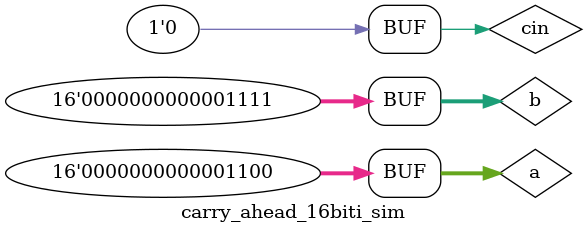
<source format=v>
`timescale 1ns / 1ps


module carry_ahead_16biti_sim;

    reg [15:0] a;
    reg [15:0] b;
    reg cin;
    wire [15:0] sum;
    wire cout;
    
    carry_ahead_16biti test2 (a, b, cin, sum, cout);
    
    initial begin
       #20 a = 16'd12; b = 16'd15; cin = 0;
    end
endmodule

</source>
